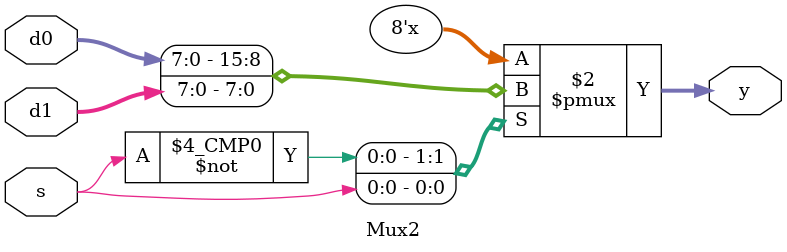
<source format=sv>

module Mux2 #(parameter W=8) (
  input        [W-1:0] d0, 
                       d1, 
  input                s, 
  output logic [W-1:0] y
  );
			  
// s   y
// 0   d0
// 1   d1

  always_comb begin
    case(s)
		0: y = d0;
		1: y = d1;
	  endcase
  end

endmodule



</source>
